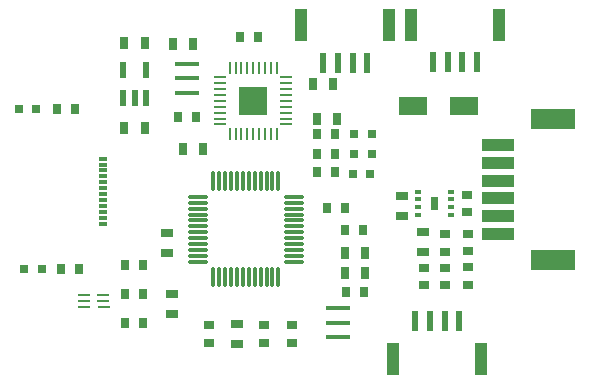
<source format=gtp>
G04*
G04 #@! TF.GenerationSoftware,Altium Limited,Altium Designer,21.6.1 (37)*
G04*
G04 Layer_Color=8421504*
%FSLAX44Y44*%
%MOMM*%
G71*
G04*
G04 #@! TF.SameCoordinates,23785FB4-EFBD-4269-80FE-5E41C332AB00*
G04*
G04*
G04 #@! TF.FilePolarity,Positive*
G04*
G01*
G75*
%ADD20R,1.0000X2.7000*%
%ADD21R,0.6000X1.7000*%
%ADD22R,0.8000X1.0000*%
%ADD23R,3.8000X1.8000*%
%ADD24R,2.7000X1.0000*%
%ADD25R,0.7000X0.9000*%
%ADD26R,2.3300X1.5600*%
%ADD27R,0.8000X0.8000*%
%ADD28R,2.0000X0.4000*%
%ADD29R,0.5588X1.3208*%
%ADD30R,0.9000X0.7000*%
%ADD31R,1.0000X0.8000*%
%ADD32R,0.5250X0.3000*%
%ADD33O,0.2845X1.8000*%
%ADD34O,1.8000X0.2845*%
%ADD35R,1.0000X0.2845*%
%ADD36R,0.7000X0.3200*%
%ADD37R,1.0800X0.2600*%
%ADD38R,0.2600X1.0800*%
G36*
X183730Y214450D02*
X207700D01*
Y190480D01*
X183730D01*
Y214450D01*
D02*
G37*
G36*
X346250Y110500D02*
Y121500D01*
X352750D01*
Y110500D01*
X346250D01*
D02*
G37*
D20*
X311250Y267000D02*
D03*
X236750D02*
D03*
X389000Y-15750D02*
D03*
X314500D02*
D03*
X329500Y267250D02*
D03*
X404001D02*
D03*
D21*
X280250Y235000D02*
D03*
X292750D02*
D03*
X267750D02*
D03*
X255250D02*
D03*
X370500Y16250D02*
D03*
X358000D02*
D03*
X333000D02*
D03*
X345500D02*
D03*
X348000Y235250D02*
D03*
X360500D02*
D03*
X385500D02*
D03*
X373000D02*
D03*
D22*
X104000Y180000D02*
D03*
X87000D02*
D03*
X266750Y187250D02*
D03*
X249750D02*
D03*
X273500Y73750D02*
D03*
X290500D02*
D03*
X273750Y57000D02*
D03*
X290750D02*
D03*
X136250Y161750D02*
D03*
X153250D02*
D03*
X127750Y251250D02*
D03*
X144750D02*
D03*
X104000Y251750D02*
D03*
X87000D02*
D03*
X263250Y217250D02*
D03*
X246250D02*
D03*
D23*
X450000Y187750D02*
D03*
Y67750D02*
D03*
D24*
X403000Y165250D02*
D03*
Y150250D02*
D03*
Y135250D02*
D03*
Y120250D02*
D03*
Y105250D02*
D03*
Y90250D02*
D03*
D25*
X132500Y189250D02*
D03*
X147500D02*
D03*
X265250Y158000D02*
D03*
X250250D02*
D03*
X265250Y174500D02*
D03*
X250250D02*
D03*
X273750Y112250D02*
D03*
X258750D02*
D03*
X273750Y93500D02*
D03*
X288750D02*
D03*
X274500Y41000D02*
D03*
X289500D02*
D03*
X30250Y196250D02*
D03*
X45250D02*
D03*
X199750Y256500D02*
D03*
X184750D02*
D03*
X250000Y142250D02*
D03*
X265000D02*
D03*
X87500Y64000D02*
D03*
X102500D02*
D03*
X48250Y60750D02*
D03*
X33250D02*
D03*
X87500Y39000D02*
D03*
X102500D02*
D03*
X87750Y14250D02*
D03*
X102750D02*
D03*
D26*
X374150Y198750D02*
D03*
X331350D02*
D03*
D27*
X281500Y157750D02*
D03*
X296500D02*
D03*
X281500Y174750D02*
D03*
X296500D02*
D03*
X12500Y196250D02*
D03*
X-2500D02*
D03*
X295250Y140750D02*
D03*
X280250D02*
D03*
X2250Y60750D02*
D03*
X17250D02*
D03*
D28*
X267500Y27000D02*
D03*
Y15000D02*
D03*
Y3000D02*
D03*
X139750Y233750D02*
D03*
Y221750D02*
D03*
Y209750D02*
D03*
D29*
X86101Y228684D02*
D03*
X104897D02*
D03*
Y205316D02*
D03*
X95499D02*
D03*
X86101D02*
D03*
D30*
X377000Y123250D02*
D03*
Y108250D02*
D03*
X377750Y47000D02*
D03*
Y62000D02*
D03*
X358000Y46500D02*
D03*
Y61500D02*
D03*
Y75000D02*
D03*
Y90000D02*
D03*
X377500Y90250D02*
D03*
Y75250D02*
D03*
X340500Y61500D02*
D03*
Y46500D02*
D03*
X228750Y12750D02*
D03*
Y-2250D02*
D03*
X205417Y12750D02*
D03*
Y-2250D02*
D03*
X158750Y12750D02*
D03*
Y-2250D02*
D03*
D31*
X340000Y74750D02*
D03*
Y91750D02*
D03*
X321750Y122500D02*
D03*
Y105500D02*
D03*
X182584Y13750D02*
D03*
Y-3250D02*
D03*
X127250Y39500D02*
D03*
Y22500D02*
D03*
X123250Y74000D02*
D03*
Y91000D02*
D03*
D32*
X363125Y119250D02*
D03*
Y112750D02*
D03*
Y125750D02*
D03*
Y106250D02*
D03*
X335875Y125750D02*
D03*
Y119250D02*
D03*
Y112750D02*
D03*
Y106250D02*
D03*
D33*
X217250Y53500D02*
D03*
X212250D02*
D03*
X207250D02*
D03*
X202250D02*
D03*
X197250D02*
D03*
X192250D02*
D03*
X187250D02*
D03*
X182250D02*
D03*
X177250D02*
D03*
X172250D02*
D03*
X167250D02*
D03*
X162250D02*
D03*
Y134500D02*
D03*
X167250D02*
D03*
X172250D02*
D03*
X177250D02*
D03*
X182250D02*
D03*
X187250D02*
D03*
X192250D02*
D03*
X197250D02*
D03*
X202250D02*
D03*
X207250D02*
D03*
X212250D02*
D03*
X217250D02*
D03*
D34*
X149250Y66500D02*
D03*
Y71500D02*
D03*
Y76500D02*
D03*
Y81500D02*
D03*
Y86500D02*
D03*
Y91500D02*
D03*
Y96500D02*
D03*
Y101500D02*
D03*
Y106500D02*
D03*
Y111500D02*
D03*
Y116500D02*
D03*
Y121500D02*
D03*
X230250D02*
D03*
Y116500D02*
D03*
Y111500D02*
D03*
Y106500D02*
D03*
Y101500D02*
D03*
Y96500D02*
D03*
Y91500D02*
D03*
Y86500D02*
D03*
Y81500D02*
D03*
Y76500D02*
D03*
Y71500D02*
D03*
Y66500D02*
D03*
D35*
X69000Y38500D02*
D03*
Y33500D02*
D03*
X69838Y28476D02*
D03*
X52566D02*
D03*
X53000Y33500D02*
D03*
Y38500D02*
D03*
D36*
X68850Y98800D02*
D03*
Y103800D02*
D03*
Y108800D02*
D03*
Y113800D02*
D03*
Y118800D02*
D03*
Y123800D02*
D03*
Y128800D02*
D03*
Y133800D02*
D03*
Y138800D02*
D03*
Y143800D02*
D03*
Y148800D02*
D03*
Y153800D02*
D03*
D37*
X167850Y222750D02*
D03*
Y217750D02*
D03*
Y212750D02*
D03*
Y207750D02*
D03*
Y202750D02*
D03*
Y197750D02*
D03*
Y192750D02*
D03*
Y187750D02*
D03*
Y182750D02*
D03*
X224150D02*
D03*
Y187750D02*
D03*
Y192750D02*
D03*
Y197750D02*
D03*
Y202750D02*
D03*
Y207750D02*
D03*
Y212750D02*
D03*
Y217750D02*
D03*
Y222750D02*
D03*
D38*
X181000Y174600D02*
D03*
X186000D02*
D03*
X191000D02*
D03*
X196000D02*
D03*
X201000D02*
D03*
X206000D02*
D03*
X211000D02*
D03*
X216000D02*
D03*
Y230900D02*
D03*
X211000D02*
D03*
X206000D02*
D03*
X201000D02*
D03*
X196000D02*
D03*
X191000D02*
D03*
X186000D02*
D03*
X181000D02*
D03*
X176000Y174600D02*
D03*
Y230900D02*
D03*
M02*

</source>
